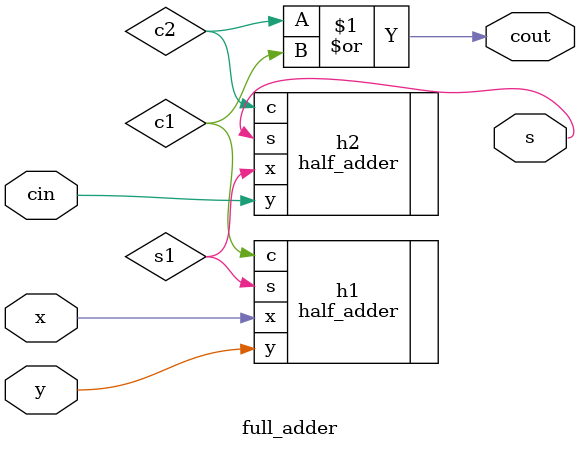
<source format=v>
`timescale 1ns / 1ps


module full_adder 
(   input x,
    input y,
    input cin,
    output s,
    output cout
    );
    wire s1,c1,c2;
    half_adder h1(.x(x),
                   .y(y),
                   .s(s1),
                   .c(c1));
    half_adder h2(.x(s1),
                   .y(cin),
                   .s(s),
                   .c(c2));
     or (cout,c2,c1);    
endmodule

</source>
